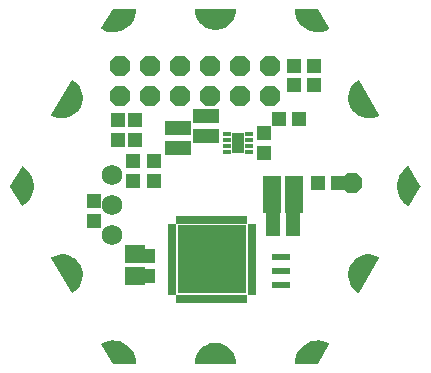
<source format=gbr>
G04 EAGLE Gerber RS-274X export*
G75*
%MOMM*%
%FSLAX34Y34*%
%LPD*%
%INSoldermask Bottom*%
%IPPOS*%
%AMOC8*
5,1,8,0,0,1.08239X$1,22.5*%
G01*
%ADD10R,1.603197X0.603200*%
%ADD11P,1.869504X8X112.500000*%
%ADD12R,1.303200X1.203200*%
%ADD13R,1.203200X1.303200*%
%ADD14R,1.503200X1.703200*%
%ADD15R,1.703200X1.503200*%
%ADD16C,1.727200*%
%ADD17R,0.753200X0.503200*%
%ADD18R,0.503200X0.753200*%
%ADD19R,5.803200X5.803200*%
%ADD20R,0.703200X0.453200*%
%ADD21R,1.103200X1.803200*%
%ADD22C,1.203200*%
%ADD23P,1.869504X8X22.500000*%

G36*
X17029Y319D02*
X17029Y319D01*
X17058Y317D01*
X17125Y339D01*
X17195Y353D01*
X17219Y369D01*
X17247Y378D01*
X17300Y425D01*
X17359Y465D01*
X17375Y490D01*
X17397Y509D01*
X17428Y573D01*
X17466Y633D01*
X17471Y662D01*
X17483Y688D01*
X17492Y787D01*
X17499Y829D01*
X17496Y840D01*
X17498Y854D01*
X17266Y3652D01*
X17256Y3685D01*
X17252Y3733D01*
X16563Y6455D01*
X16548Y6486D01*
X16536Y6533D01*
X15408Y9104D01*
X15388Y9132D01*
X15369Y9177D01*
X13833Y11527D01*
X13809Y11552D01*
X13783Y11592D01*
X11881Y13658D01*
X11853Y13678D01*
X11820Y13714D01*
X9605Y15438D01*
X9574Y15454D01*
X9536Y15483D01*
X7066Y16820D01*
X7033Y16830D01*
X6991Y16853D01*
X5805Y17260D01*
X4351Y17759D01*
X4335Y17765D01*
X4301Y17769D01*
X4255Y17785D01*
X1486Y18247D01*
X1451Y18246D01*
X1404Y18254D01*
X-1404Y18254D01*
X-1438Y18247D01*
X-1486Y18247D01*
X-4255Y17785D01*
X-4288Y17772D01*
X-4335Y17765D01*
X-6991Y16853D01*
X-7021Y16835D01*
X-7066Y16820D01*
X-9536Y15483D01*
X-9562Y15461D01*
X-9605Y15438D01*
X-11820Y13714D01*
X-11843Y13687D01*
X-11881Y13658D01*
X-13783Y11592D01*
X-13801Y11563D01*
X-13833Y11527D01*
X-15369Y9177D01*
X-15382Y9144D01*
X-15408Y9104D01*
X-16536Y6533D01*
X-16543Y6499D01*
X-16546Y6493D01*
X-16552Y6484D01*
X-16553Y6478D01*
X-16563Y6455D01*
X-17252Y3733D01*
X-17254Y3698D01*
X-17266Y3652D01*
X-17498Y854D01*
X-17494Y825D01*
X-17499Y796D01*
X-17483Y727D01*
X-17474Y656D01*
X-17460Y631D01*
X-17453Y603D01*
X-17411Y545D01*
X-17376Y484D01*
X-17352Y466D01*
X-17335Y442D01*
X-17274Y406D01*
X-17217Y363D01*
X-17189Y356D01*
X-17164Y341D01*
X-17066Y324D01*
X-17025Y314D01*
X-17014Y316D01*
X-17000Y313D01*
X17000Y313D01*
X17029Y319D01*
G37*
G36*
X1438Y283378D02*
X1438Y283378D01*
X1486Y283378D01*
X4255Y283840D01*
X4288Y283853D01*
X4335Y283861D01*
X6991Y284772D01*
X7021Y284790D01*
X7066Y284805D01*
X9536Y286142D01*
X9562Y286164D01*
X9605Y286187D01*
X11820Y287911D01*
X11843Y287938D01*
X11881Y287967D01*
X13783Y290033D01*
X13801Y290062D01*
X13833Y290098D01*
X15369Y292448D01*
X15382Y292481D01*
X15408Y292521D01*
X16536Y295092D01*
X16543Y295126D01*
X16563Y295170D01*
X17252Y297892D01*
X17254Y297927D01*
X17266Y297973D01*
X17498Y300771D01*
X17494Y300800D01*
X17499Y300829D01*
X17483Y300898D01*
X17474Y300969D01*
X17460Y300994D01*
X17453Y301022D01*
X17411Y301080D01*
X17376Y301141D01*
X17352Y301159D01*
X17335Y301183D01*
X17274Y301219D01*
X17217Y301262D01*
X17189Y301269D01*
X17164Y301284D01*
X17066Y301301D01*
X17025Y301311D01*
X17014Y301309D01*
X17000Y301312D01*
X-17000Y301312D01*
X-17029Y301306D01*
X-17058Y301308D01*
X-17125Y301286D01*
X-17195Y301272D01*
X-17219Y301256D01*
X-17247Y301247D01*
X-17300Y301200D01*
X-17359Y301160D01*
X-17375Y301135D01*
X-17397Y301116D01*
X-17428Y301052D01*
X-17466Y300992D01*
X-17471Y300963D01*
X-17483Y300937D01*
X-17492Y300838D01*
X-17499Y300796D01*
X-17496Y300785D01*
X-17498Y300771D01*
X-17266Y297973D01*
X-17256Y297940D01*
X-17252Y297892D01*
X-16563Y295170D01*
X-16548Y295139D01*
X-16536Y295092D01*
X-15408Y292521D01*
X-15388Y292493D01*
X-15369Y292448D01*
X-13833Y290098D01*
X-13809Y290073D01*
X-13783Y290033D01*
X-11881Y287967D01*
X-11853Y287947D01*
X-11820Y287911D01*
X-9605Y286187D01*
X-9574Y286171D01*
X-9536Y286142D01*
X-7066Y284805D01*
X-7033Y284795D01*
X-6991Y284772D01*
X-4335Y283861D01*
X-4301Y283856D01*
X-4255Y283840D01*
X-1486Y283378D01*
X-1451Y283379D01*
X-1404Y283371D01*
X1404Y283371D01*
X1438Y283378D01*
G37*
G36*
X-121393Y60622D02*
X-121393Y60622D01*
X-121322Y60619D01*
X-121295Y60630D01*
X-121266Y60632D01*
X-121176Y60674D01*
X-121136Y60689D01*
X-121128Y60697D01*
X-121115Y60702D01*
X-118812Y62302D01*
X-118788Y62327D01*
X-118748Y62354D01*
X-116739Y64311D01*
X-116720Y64340D01*
X-116685Y64374D01*
X-115026Y66634D01*
X-115011Y66666D01*
X-114982Y66705D01*
X-113718Y69208D01*
X-113709Y69241D01*
X-113687Y69284D01*
X-112851Y71961D01*
X-112848Y71996D01*
X-112833Y72042D01*
X-112450Y74820D01*
X-112452Y74855D01*
X-112446Y74902D01*
X-112525Y77706D01*
X-112533Y77740D01*
X-112534Y77788D01*
X-113073Y80540D01*
X-113087Y80572D01*
X-113096Y80619D01*
X-114081Y83245D01*
X-114096Y83270D01*
X-114101Y83289D01*
X-114109Y83300D01*
X-114116Y83319D01*
X-115520Y85747D01*
X-115543Y85773D01*
X-115567Y85815D01*
X-117351Y87979D01*
X-117378Y88000D01*
X-117409Y88038D01*
X-119525Y89878D01*
X-119555Y89895D01*
X-119591Y89927D01*
X-121982Y91394D01*
X-122014Y91406D01*
X-122055Y91431D01*
X-124654Y92485D01*
X-124688Y92491D01*
X-124733Y92509D01*
X-127470Y93121D01*
X-127505Y93122D01*
X-127552Y93132D01*
X-130352Y93285D01*
X-130386Y93280D01*
X-130434Y93283D01*
X-133222Y92972D01*
X-133255Y92962D01*
X-133303Y92956D01*
X-136001Y92191D01*
X-136031Y92176D01*
X-136078Y92162D01*
X-138613Y90964D01*
X-138637Y90946D01*
X-138664Y90936D01*
X-138716Y90887D01*
X-138773Y90845D01*
X-138787Y90820D01*
X-138809Y90800D01*
X-138837Y90734D01*
X-138873Y90673D01*
X-138876Y90644D01*
X-138888Y90617D01*
X-138889Y90546D01*
X-138898Y90476D01*
X-138890Y90448D01*
X-138890Y90418D01*
X-138856Y90326D01*
X-138844Y90284D01*
X-138837Y90276D01*
X-138832Y90263D01*
X-121832Y60863D01*
X-121813Y60841D01*
X-121800Y60814D01*
X-121747Y60767D01*
X-121700Y60714D01*
X-121674Y60701D01*
X-121652Y60682D01*
X-121585Y60659D01*
X-121521Y60628D01*
X-121492Y60627D01*
X-121464Y60617D01*
X-121393Y60622D01*
G37*
G36*
X130386Y208345D02*
X130386Y208345D01*
X130434Y208343D01*
X133222Y208653D01*
X133255Y208663D01*
X133303Y208669D01*
X136001Y209434D01*
X136031Y209450D01*
X136078Y209463D01*
X138613Y210661D01*
X138637Y210679D01*
X138664Y210689D01*
X138716Y210738D01*
X138773Y210780D01*
X138787Y210805D01*
X138809Y210825D01*
X138837Y210891D01*
X138873Y210952D01*
X138876Y210981D01*
X138888Y211008D01*
X138889Y211079D01*
X138898Y211149D01*
X138890Y211177D01*
X138890Y211207D01*
X138856Y211299D01*
X138844Y211341D01*
X138837Y211350D01*
X138832Y211362D01*
X121832Y240762D01*
X121813Y240784D01*
X121800Y240811D01*
X121747Y240858D01*
X121700Y240911D01*
X121674Y240924D01*
X121652Y240943D01*
X121585Y240966D01*
X121521Y240997D01*
X121492Y240998D01*
X121464Y241008D01*
X121393Y241003D01*
X121322Y241006D01*
X121295Y240995D01*
X121266Y240993D01*
X121176Y240951D01*
X121136Y240936D01*
X121128Y240929D01*
X121115Y240923D01*
X118812Y239323D01*
X118788Y239298D01*
X118748Y239271D01*
X116739Y237314D01*
X116720Y237285D01*
X116685Y237251D01*
X115026Y234991D01*
X115011Y234959D01*
X114982Y234920D01*
X113718Y232417D01*
X113709Y232384D01*
X113687Y232341D01*
X112851Y229664D01*
X112848Y229629D01*
X112833Y229583D01*
X112450Y226805D01*
X112452Y226770D01*
X112446Y226723D01*
X112525Y223919D01*
X112533Y223885D01*
X112534Y223837D01*
X113073Y221085D01*
X113087Y221053D01*
X113096Y221006D01*
X114081Y218380D01*
X114099Y218351D01*
X114116Y218306D01*
X115520Y215878D01*
X115543Y215852D01*
X115567Y215810D01*
X117351Y213646D01*
X117378Y213625D01*
X117409Y213587D01*
X119525Y211747D01*
X119555Y211730D01*
X119591Y211698D01*
X121982Y210231D01*
X122014Y210219D01*
X122055Y210194D01*
X124654Y209140D01*
X124688Y209134D01*
X124733Y209116D01*
X127470Y208504D01*
X127505Y208503D01*
X127552Y208493D01*
X130352Y208340D01*
X130386Y208345D01*
G37*
G36*
X121426Y60623D02*
X121426Y60623D01*
X121497Y60623D01*
X121524Y60634D01*
X121553Y60637D01*
X121615Y60672D01*
X121680Y60699D01*
X121701Y60720D01*
X121726Y60734D01*
X121789Y60811D01*
X121819Y60841D01*
X121823Y60852D01*
X121832Y60863D01*
X138832Y90263D01*
X138841Y90290D01*
X138858Y90314D01*
X138873Y90384D01*
X138895Y90451D01*
X138893Y90480D01*
X138899Y90509D01*
X138886Y90579D01*
X138880Y90649D01*
X138867Y90675D01*
X138861Y90704D01*
X138821Y90763D01*
X138789Y90826D01*
X138766Y90845D01*
X138750Y90869D01*
X138668Y90926D01*
X138635Y90953D01*
X138625Y90956D01*
X138613Y90964D01*
X136078Y92162D01*
X136044Y92171D01*
X136001Y92191D01*
X133303Y92956D01*
X133268Y92959D01*
X133222Y92972D01*
X130434Y93283D01*
X130400Y93279D01*
X130352Y93285D01*
X127552Y93132D01*
X127518Y93123D01*
X127470Y93121D01*
X124733Y92509D01*
X124701Y92495D01*
X124654Y92485D01*
X122055Y91431D01*
X122026Y91412D01*
X121982Y91394D01*
X119591Y89927D01*
X119566Y89903D01*
X119525Y89878D01*
X117409Y88038D01*
X117388Y88010D01*
X117351Y87979D01*
X115567Y85815D01*
X115551Y85784D01*
X115520Y85747D01*
X114116Y83319D01*
X114105Y83287D01*
X114098Y83274D01*
X114088Y83259D01*
X114088Y83257D01*
X114081Y83245D01*
X113096Y80619D01*
X113090Y80585D01*
X113073Y80540D01*
X112534Y77788D01*
X112534Y77753D01*
X112525Y77706D01*
X112446Y74902D01*
X112452Y74868D01*
X112450Y74820D01*
X112833Y72042D01*
X112845Y72009D01*
X112851Y71961D01*
X113687Y69284D01*
X113704Y69254D01*
X113718Y69208D01*
X114982Y66705D01*
X115004Y66677D01*
X115026Y66634D01*
X116685Y64374D01*
X116711Y64350D01*
X116739Y64311D01*
X118748Y62354D01*
X118777Y62336D01*
X118812Y62302D01*
X121115Y60702D01*
X121142Y60691D01*
X121165Y60672D01*
X121233Y60652D01*
X121298Y60624D01*
X121327Y60624D01*
X121355Y60615D01*
X121426Y60623D01*
G37*
G36*
X-127552Y208493D02*
X-127552Y208493D01*
X-127518Y208502D01*
X-127470Y208504D01*
X-124733Y209116D01*
X-124701Y209130D01*
X-124654Y209140D01*
X-122055Y210194D01*
X-122026Y210213D01*
X-121982Y210231D01*
X-119591Y211698D01*
X-119566Y211722D01*
X-119525Y211747D01*
X-117409Y213587D01*
X-117388Y213615D01*
X-117351Y213646D01*
X-115567Y215810D01*
X-115551Y215841D01*
X-115520Y215878D01*
X-114116Y218306D01*
X-114105Y218338D01*
X-114081Y218380D01*
X-113096Y221006D01*
X-113090Y221040D01*
X-113073Y221085D01*
X-112534Y223837D01*
X-112534Y223872D01*
X-112525Y223919D01*
X-112446Y226723D01*
X-112452Y226757D01*
X-112450Y226805D01*
X-112833Y229583D01*
X-112845Y229616D01*
X-112851Y229664D01*
X-113687Y232341D01*
X-113704Y232371D01*
X-113718Y232417D01*
X-114982Y234920D01*
X-115004Y234948D01*
X-115026Y234991D01*
X-116685Y237251D01*
X-116711Y237275D01*
X-116739Y237314D01*
X-118748Y239271D01*
X-118777Y239289D01*
X-118812Y239323D01*
X-121115Y240923D01*
X-121142Y240934D01*
X-121165Y240953D01*
X-121233Y240973D01*
X-121298Y241001D01*
X-121327Y241001D01*
X-121355Y241010D01*
X-121426Y241002D01*
X-121497Y241002D01*
X-121524Y240991D01*
X-121553Y240988D01*
X-121615Y240953D01*
X-121680Y240926D01*
X-121701Y240905D01*
X-121726Y240891D01*
X-121789Y240814D01*
X-121819Y240784D01*
X-121823Y240773D01*
X-121832Y240762D01*
X-138832Y211362D01*
X-138841Y211335D01*
X-138858Y211311D01*
X-138873Y211241D01*
X-138895Y211174D01*
X-138893Y211145D01*
X-138899Y211116D01*
X-138886Y211046D01*
X-138880Y210976D01*
X-138867Y210950D01*
X-138861Y210921D01*
X-138821Y210862D01*
X-138789Y210799D01*
X-138766Y210780D01*
X-138750Y210756D01*
X-138668Y210699D01*
X-138635Y210672D01*
X-138625Y210669D01*
X-138613Y210661D01*
X-136078Y209463D01*
X-136044Y209454D01*
X-136001Y209434D01*
X-133303Y208669D01*
X-133268Y208666D01*
X-133222Y208653D01*
X-130434Y208343D01*
X-130400Y208346D01*
X-130352Y208340D01*
X-127552Y208493D01*
G37*
G36*
X163727Y133823D02*
X163727Y133823D01*
X163798Y133823D01*
X163825Y133834D01*
X163854Y133837D01*
X163916Y133873D01*
X163981Y133900D01*
X164002Y133921D01*
X164027Y133935D01*
X164090Y134012D01*
X164120Y134043D01*
X164124Y134053D01*
X164133Y134063D01*
X173633Y150563D01*
X173643Y150595D01*
X173652Y150608D01*
X173656Y150633D01*
X173657Y150636D01*
X173688Y150707D01*
X173688Y150730D01*
X173696Y150752D01*
X173690Y150829D01*
X173691Y150906D01*
X173681Y150930D01*
X173680Y150950D01*
X173659Y150990D01*
X173633Y151062D01*
X164133Y167562D01*
X164114Y167583D01*
X164101Y167610D01*
X164048Y167657D01*
X164001Y167711D01*
X163975Y167723D01*
X163954Y167743D01*
X163886Y167766D01*
X163822Y167797D01*
X163793Y167798D01*
X163766Y167807D01*
X163694Y167803D01*
X163623Y167806D01*
X163596Y167796D01*
X163567Y167794D01*
X163477Y167751D01*
X163437Y167737D01*
X163429Y167729D01*
X163416Y167723D01*
X160893Y165982D01*
X160869Y165957D01*
X160831Y165931D01*
X158619Y163807D01*
X158600Y163779D01*
X158566Y163747D01*
X156724Y161295D01*
X156710Y161265D01*
X156681Y161227D01*
X155256Y158512D01*
X155247Y158481D01*
X155231Y158456D01*
X155230Y158448D01*
X155225Y158439D01*
X154254Y155530D01*
X154250Y155496D01*
X154235Y155452D01*
X153743Y152426D01*
X153744Y152392D01*
X153736Y152346D01*
X153736Y149279D01*
X153737Y149276D01*
X153737Y149273D01*
X153743Y149247D01*
X153743Y149246D01*
X153743Y149199D01*
X154235Y146173D01*
X154247Y146141D01*
X154254Y146095D01*
X155225Y143186D01*
X155242Y143157D01*
X155256Y143113D01*
X156681Y140398D01*
X156703Y140371D01*
X156724Y140330D01*
X158566Y137878D01*
X158591Y137856D01*
X158619Y137818D01*
X160831Y135694D01*
X160859Y135676D01*
X160893Y135643D01*
X163416Y133902D01*
X163443Y133890D01*
X163465Y133872D01*
X163534Y133852D01*
X163599Y133824D01*
X163628Y133823D01*
X163656Y133815D01*
X163727Y133823D01*
G37*
G36*
X-163694Y133822D02*
X-163694Y133822D01*
X-163623Y133819D01*
X-163596Y133829D01*
X-163567Y133831D01*
X-163477Y133874D01*
X-163437Y133888D01*
X-163429Y133896D01*
X-163416Y133902D01*
X-160893Y135643D01*
X-160869Y135668D01*
X-160831Y135694D01*
X-158619Y137818D01*
X-158600Y137846D01*
X-158566Y137878D01*
X-156724Y140330D01*
X-156710Y140360D01*
X-156681Y140398D01*
X-155256Y143113D01*
X-155247Y143145D01*
X-155225Y143186D01*
X-154254Y146095D01*
X-154250Y146129D01*
X-154235Y146173D01*
X-153743Y149199D01*
X-153744Y149233D01*
X-153736Y149279D01*
X-153736Y152346D01*
X-153743Y152379D01*
X-153743Y152426D01*
X-154235Y155452D01*
X-154247Y155484D01*
X-154254Y155530D01*
X-155225Y158439D01*
X-155238Y158462D01*
X-155244Y158486D01*
X-155251Y158495D01*
X-155256Y158512D01*
X-156681Y161227D01*
X-156703Y161254D01*
X-156724Y161295D01*
X-158566Y163747D01*
X-158591Y163769D01*
X-158619Y163807D01*
X-160831Y165931D01*
X-160859Y165949D01*
X-160893Y165982D01*
X-163416Y167723D01*
X-163443Y167735D01*
X-163465Y167753D01*
X-163534Y167774D01*
X-163599Y167801D01*
X-163628Y167802D01*
X-163656Y167810D01*
X-163727Y167802D01*
X-163798Y167802D01*
X-163825Y167791D01*
X-163854Y167788D01*
X-163916Y167753D01*
X-163981Y167725D01*
X-164002Y167704D01*
X-164027Y167690D01*
X-164090Y167613D01*
X-164120Y167582D01*
X-164124Y167572D01*
X-164133Y167562D01*
X-173633Y151062D01*
X-173657Y150989D01*
X-173688Y150918D01*
X-173688Y150895D01*
X-173696Y150873D01*
X-173690Y150796D01*
X-173691Y150719D01*
X-173681Y150695D01*
X-173680Y150675D01*
X-173659Y150635D01*
X-173640Y150583D01*
X-173639Y150578D01*
X-173637Y150576D01*
X-173633Y150563D01*
X-164133Y134063D01*
X-164114Y134042D01*
X-164101Y134015D01*
X-164048Y133968D01*
X-164001Y133914D01*
X-163975Y133902D01*
X-163954Y133882D01*
X-163886Y133859D01*
X-163822Y133828D01*
X-163793Y133827D01*
X-163766Y133818D01*
X-163694Y133822D01*
G37*
G36*
X86676Y329D02*
X86676Y329D01*
X86754Y337D01*
X86773Y348D01*
X86795Y353D01*
X86859Y397D01*
X86927Y435D01*
X86943Y454D01*
X86959Y465D01*
X86983Y503D01*
X87033Y563D01*
X96533Y17063D01*
X96542Y17091D01*
X96558Y17114D01*
X96573Y17184D01*
X96596Y17252D01*
X96593Y17281D01*
X96599Y17309D01*
X96586Y17379D01*
X96580Y17450D01*
X96567Y17476D01*
X96561Y17504D01*
X96521Y17563D01*
X96488Y17627D01*
X96466Y17645D01*
X96450Y17669D01*
X96367Y17726D01*
X96335Y17753D01*
X96324Y17756D01*
X96314Y17764D01*
X93548Y19072D01*
X93515Y19080D01*
X93472Y19101D01*
X90532Y19948D01*
X90498Y19951D01*
X90454Y19964D01*
X87416Y20330D01*
X87382Y20327D01*
X87335Y20333D01*
X84278Y20206D01*
X84245Y20198D01*
X84198Y20196D01*
X81201Y19580D01*
X81170Y19567D01*
X81124Y19558D01*
X78264Y18470D01*
X78236Y18451D01*
X78192Y18435D01*
X75544Y16902D01*
X75518Y16879D01*
X75478Y16856D01*
X73110Y14918D01*
X73088Y14892D01*
X73052Y14862D01*
X71025Y12570D01*
X71009Y12540D01*
X70977Y12505D01*
X69345Y9917D01*
X69333Y9886D01*
X69308Y9846D01*
X68112Y7030D01*
X68105Y6996D01*
X68102Y6990D01*
X68098Y6983D01*
X68097Y6978D01*
X68086Y6953D01*
X67358Y3982D01*
X67356Y3948D01*
X67345Y3902D01*
X67102Y852D01*
X67106Y824D01*
X67101Y796D01*
X67118Y726D01*
X67126Y655D01*
X67141Y630D01*
X67147Y603D01*
X67190Y545D01*
X67226Y482D01*
X67248Y465D01*
X67265Y442D01*
X67327Y406D01*
X67384Y362D01*
X67412Y355D01*
X67436Y341D01*
X67536Y324D01*
X67577Y314D01*
X67587Y315D01*
X67600Y313D01*
X86600Y313D01*
X86676Y329D01*
G37*
G36*
X87369Y281298D02*
X87369Y281298D01*
X87416Y281295D01*
X90454Y281661D01*
X90486Y281671D01*
X90532Y281677D01*
X93472Y282524D01*
X93502Y282540D01*
X93548Y282553D01*
X96314Y283861D01*
X96336Y283878D01*
X96363Y283888D01*
X96415Y283937D01*
X96473Y283980D01*
X96487Y284005D01*
X96508Y284025D01*
X96537Y284090D01*
X96573Y284152D01*
X96576Y284181D01*
X96588Y284207D01*
X96589Y284279D01*
X96598Y284349D01*
X96590Y284377D01*
X96591Y284406D01*
X96555Y284500D01*
X96544Y284541D01*
X96537Y284549D01*
X96533Y284562D01*
X87033Y301062D01*
X86981Y301120D01*
X86935Y301183D01*
X86916Y301194D01*
X86901Y301211D01*
X86831Y301244D01*
X86764Y301284D01*
X86740Y301288D01*
X86722Y301297D01*
X86677Y301299D01*
X86600Y301312D01*
X67600Y301312D01*
X67572Y301306D01*
X67544Y301309D01*
X67476Y301286D01*
X67405Y301272D01*
X67382Y301256D01*
X67355Y301247D01*
X67300Y301200D01*
X67241Y301160D01*
X67226Y301136D01*
X67205Y301117D01*
X67173Y301053D01*
X67134Y300992D01*
X67129Y300964D01*
X67117Y300939D01*
X67108Y300837D01*
X67101Y300796D01*
X67103Y300786D01*
X67102Y300773D01*
X67345Y297723D01*
X67354Y297690D01*
X67358Y297643D01*
X68086Y294672D01*
X68101Y294641D01*
X68112Y294595D01*
X69308Y291779D01*
X69327Y291751D01*
X69345Y291708D01*
X70977Y289120D01*
X71001Y289095D01*
X71025Y289055D01*
X73052Y286763D01*
X73079Y286742D01*
X73110Y286707D01*
X75478Y284769D01*
X75508Y284753D01*
X75544Y284723D01*
X78192Y283190D01*
X78224Y283179D01*
X78264Y283155D01*
X81124Y282067D01*
X81157Y282061D01*
X81201Y282045D01*
X84198Y281429D01*
X84232Y281429D01*
X84278Y281419D01*
X87335Y281292D01*
X87369Y281298D01*
G37*
G36*
X-67572Y319D02*
X-67572Y319D01*
X-67544Y316D01*
X-67476Y339D01*
X-67405Y353D01*
X-67382Y369D01*
X-67355Y378D01*
X-67300Y425D01*
X-67241Y465D01*
X-67226Y489D01*
X-67205Y508D01*
X-67173Y572D01*
X-67134Y633D01*
X-67129Y661D01*
X-67117Y686D01*
X-67108Y788D01*
X-67101Y829D01*
X-67103Y839D01*
X-67102Y852D01*
X-67345Y3902D01*
X-67354Y3935D01*
X-67358Y3982D01*
X-68086Y6953D01*
X-68101Y6984D01*
X-68112Y7030D01*
X-69308Y9846D01*
X-69327Y9874D01*
X-69345Y9917D01*
X-70977Y12505D01*
X-71001Y12530D01*
X-71025Y12570D01*
X-73052Y14862D01*
X-73079Y14883D01*
X-73110Y14918D01*
X-75478Y16856D01*
X-75508Y16872D01*
X-75544Y16902D01*
X-78192Y18435D01*
X-78224Y18446D01*
X-78264Y18470D01*
X-81124Y19558D01*
X-81157Y19564D01*
X-81201Y19580D01*
X-84198Y20196D01*
X-84232Y20196D01*
X-84278Y20206D01*
X-87335Y20333D01*
X-87369Y20327D01*
X-87416Y20330D01*
X-90454Y19964D01*
X-90486Y19954D01*
X-90532Y19948D01*
X-93472Y19101D01*
X-93502Y19085D01*
X-93548Y19072D01*
X-96314Y17764D01*
X-96336Y17747D01*
X-96363Y17737D01*
X-96415Y17688D01*
X-96473Y17645D01*
X-96487Y17620D01*
X-96508Y17600D01*
X-96537Y17535D01*
X-96573Y17473D01*
X-96576Y17445D01*
X-96588Y17418D01*
X-96589Y17346D01*
X-96598Y17276D01*
X-96590Y17248D01*
X-96591Y17219D01*
X-96555Y17125D01*
X-96544Y17084D01*
X-96537Y17076D01*
X-96533Y17063D01*
X-87033Y563D01*
X-86981Y505D01*
X-86935Y442D01*
X-86916Y431D01*
X-86901Y414D01*
X-86831Y381D01*
X-86764Y341D01*
X-86740Y337D01*
X-86722Y328D01*
X-86677Y326D01*
X-86600Y313D01*
X-67600Y313D01*
X-67572Y319D01*
G37*
G36*
X-84278Y281419D02*
X-84278Y281419D01*
X-84245Y281427D01*
X-84198Y281429D01*
X-81201Y282045D01*
X-81170Y282058D01*
X-81124Y282067D01*
X-78264Y283155D01*
X-78236Y283174D01*
X-78192Y283190D01*
X-75544Y284723D01*
X-75518Y284746D01*
X-75478Y284769D01*
X-73110Y286707D01*
X-73088Y286733D01*
X-73052Y286763D01*
X-71025Y289055D01*
X-71009Y289085D01*
X-70977Y289120D01*
X-69345Y291708D01*
X-69333Y291740D01*
X-69308Y291779D01*
X-68112Y294595D01*
X-68105Y294629D01*
X-68086Y294672D01*
X-67358Y297643D01*
X-67356Y297677D01*
X-67345Y297723D01*
X-67102Y300773D01*
X-67106Y300801D01*
X-67101Y300829D01*
X-67118Y300899D01*
X-67126Y300970D01*
X-67141Y300995D01*
X-67147Y301022D01*
X-67190Y301080D01*
X-67226Y301143D01*
X-67248Y301160D01*
X-67265Y301183D01*
X-67327Y301219D01*
X-67384Y301263D01*
X-67412Y301270D01*
X-67436Y301284D01*
X-67536Y301301D01*
X-67577Y301311D01*
X-67587Y301310D01*
X-67600Y301312D01*
X-86600Y301312D01*
X-86676Y301296D01*
X-86754Y301288D01*
X-86773Y301277D01*
X-86795Y301272D01*
X-86859Y301228D01*
X-86927Y301190D01*
X-86943Y301171D01*
X-86959Y301160D01*
X-86983Y301122D01*
X-87033Y301062D01*
X-96533Y284562D01*
X-96542Y284534D01*
X-96558Y284511D01*
X-96573Y284441D01*
X-96596Y284373D01*
X-96593Y284345D01*
X-96599Y284316D01*
X-96586Y284246D01*
X-96580Y284175D01*
X-96567Y284149D01*
X-96561Y284121D01*
X-96521Y284062D01*
X-96488Y283998D01*
X-96466Y283980D01*
X-96450Y283956D01*
X-96367Y283899D01*
X-96335Y283872D01*
X-96324Y283869D01*
X-96314Y283861D01*
X-93548Y282553D01*
X-93515Y282545D01*
X-93472Y282524D01*
X-90532Y281677D01*
X-90498Y281674D01*
X-90454Y281661D01*
X-87416Y281295D01*
X-87382Y281298D01*
X-87335Y281292D01*
X-84278Y281419D01*
G37*
D10*
X55563Y67375D03*
X55563Y79375D03*
X55563Y91375D03*
D11*
X115888Y153988D03*
D12*
X-103188Y121675D03*
X-103188Y138675D03*
D13*
X53413Y207963D03*
X70413Y207963D03*
D12*
X103750Y153988D03*
X86750Y153988D03*
X48650Y114300D03*
X65650Y114300D03*
X48650Y123825D03*
X65650Y123825D03*
D13*
X-57375Y92075D03*
X-57375Y75075D03*
D14*
X47650Y136525D03*
X66650Y136525D03*
X47650Y150813D03*
X66650Y150813D03*
D15*
X-68263Y93638D03*
X-68263Y74638D03*
D16*
X-87313Y160338D03*
X-87313Y134938D03*
X-87313Y109538D03*
D17*
X30625Y116407D03*
X30625Y111406D03*
X30625Y106404D03*
X30625Y101403D03*
X30625Y96402D03*
X30625Y91401D03*
X30625Y86399D03*
X30625Y81398D03*
X30625Y76397D03*
X30625Y71396D03*
X30625Y66394D03*
X30625Y61393D03*
D18*
X24332Y55100D03*
X19331Y55100D03*
X14329Y55100D03*
X9328Y55100D03*
X4327Y55100D03*
X-674Y55100D03*
X-5676Y55100D03*
X-10677Y55100D03*
X-15678Y55100D03*
X-20679Y55100D03*
X-25681Y55100D03*
X-30682Y55100D03*
D17*
X-36975Y61393D03*
X-36975Y66394D03*
X-36975Y71396D03*
X-36975Y76397D03*
X-36975Y81398D03*
X-36975Y86399D03*
X-36975Y91401D03*
X-36975Y96402D03*
X-36975Y101403D03*
X-36975Y106404D03*
X-36975Y111406D03*
X-36975Y116407D03*
D18*
X-30682Y122700D03*
X-25681Y122700D03*
X-20679Y122700D03*
X-15678Y122700D03*
X-10677Y122700D03*
X-5676Y122700D03*
X-674Y122700D03*
X4327Y122700D03*
X9328Y122700D03*
X14329Y122700D03*
X19331Y122700D03*
X24332Y122700D03*
D19*
X-3175Y88900D03*
D20*
X28550Y194825D03*
X28550Y189825D03*
X28550Y184825D03*
X28550Y179825D03*
X9550Y179825D03*
X9550Y184825D03*
X9550Y189825D03*
X9550Y194825D03*
D21*
X19050Y187325D03*
D13*
X-3175Y193113D03*
X-3175Y210113D03*
X-12700Y193113D03*
X-12700Y210113D03*
X-26988Y183588D03*
X-26988Y200588D03*
X-36513Y183588D03*
X-36513Y200588D03*
X41275Y178825D03*
X41275Y195825D03*
D12*
X-82550Y189938D03*
X-82550Y206938D03*
X-68263Y189938D03*
X-68263Y206938D03*
X-69850Y155013D03*
X-69850Y172013D03*
X-52388Y155013D03*
X-52388Y172013D03*
D13*
X83113Y252413D03*
X66113Y252413D03*
X83113Y236538D03*
X66113Y236538D03*
D22*
X82600Y293913D03*
X165200Y150813D03*
X82600Y7713D03*
X-82600Y7713D03*
X-165200Y150813D03*
X-82600Y293913D03*
X123900Y222313D03*
X123900Y79313D03*
X0Y7713D03*
X-123900Y79313D03*
X-123900Y222313D03*
X0Y293913D03*
D23*
X-80963Y227013D03*
X-80963Y252413D03*
X-55563Y227013D03*
X-55563Y252413D03*
X-30163Y227013D03*
X-30163Y252413D03*
X-4763Y227013D03*
X-4763Y252413D03*
X20638Y227013D03*
X20638Y252413D03*
X46038Y227013D03*
X46038Y252413D03*
M02*

</source>
